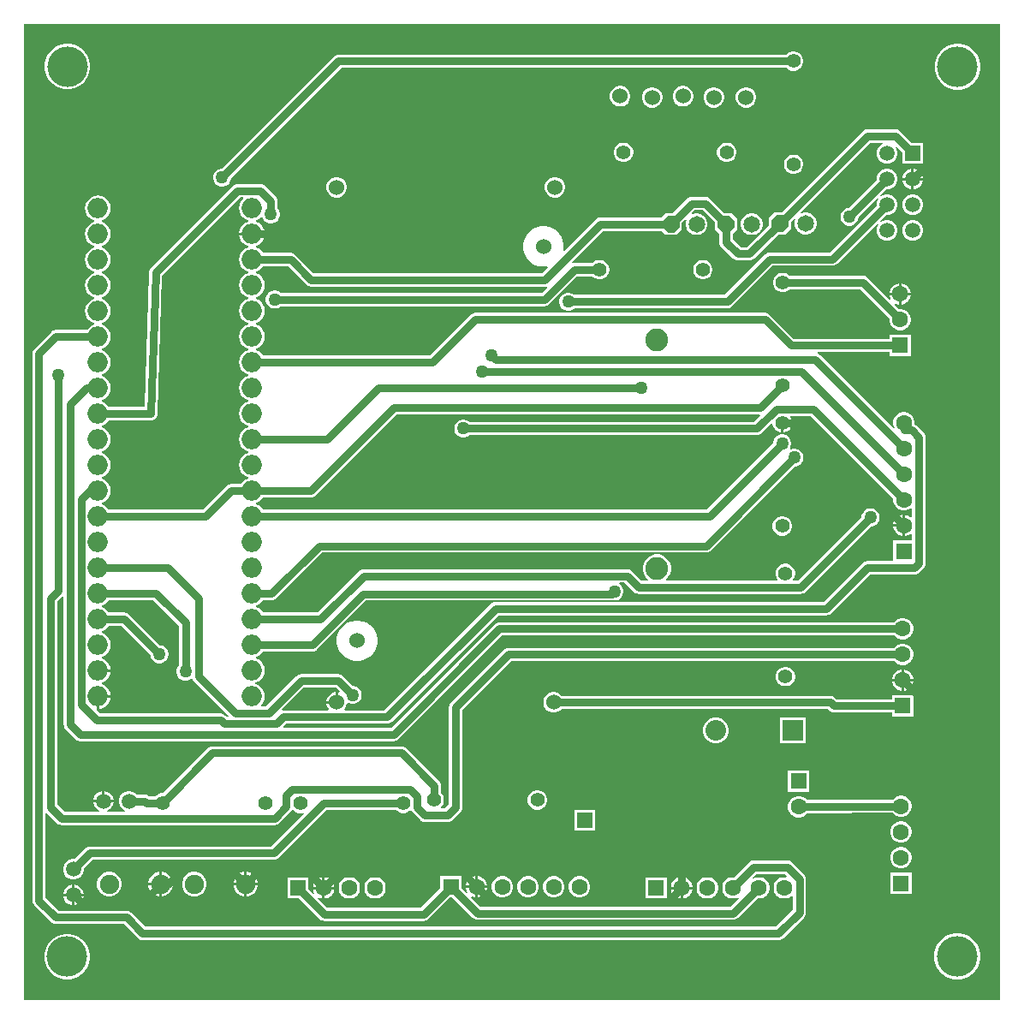
<source format=gbl>
G04*
G04 #@! TF.GenerationSoftware,Altium Limited,Altium Designer,21.9.2 (33)*
G04*
G04 Layer_Physical_Order=2*
G04 Layer_Color=16711680*
%FSTAX24Y24*%
%MOIN*%
G70*
G04*
G04 #@! TF.SameCoordinates,BECF87E7-01DC-432B-977C-EE80B0DAAE55*
G04*
G04*
G04 #@! TF.FilePolarity,Positive*
G04*
G01*
G75*
%ADD42C,0.0315*%
%ADD43C,0.0591*%
%ADD44C,0.0800*%
%ADD45R,0.0800X0.0800*%
%ADD46C,0.0551*%
%ADD47R,0.0630X0.0630*%
%ADD48P,0.0704X8X22.5*%
%ADD49C,0.0650*%
%ADD50C,0.0886*%
%ADD51R,0.0630X0.0630*%
%ADD52C,0.0630*%
%ADD53C,0.0600*%
%ADD54C,0.1575*%
%ADD55O,0.0787X0.0787*%
%ADD56C,0.0598*%
%ADD57R,0.0598X0.0598*%
%ADD58C,0.0750*%
%ADD59C,0.0500*%
G36*
X047957Y010906D02*
X009973D01*
Y04889D01*
X047957D01*
Y010906D01*
D02*
G37*
%LPC*%
G36*
X039967Y04782D02*
X039868D01*
X039772Y047795D01*
X039687Y047745D01*
X039646Y047705D01*
X022205D01*
X022138Y047696D01*
X022075Y04767D01*
X022021Y047629D01*
X017653Y04326D01*
X017624D01*
X017535Y043236D01*
X017455Y04319D01*
X01739Y043125D01*
X017344Y043045D01*
X01732Y042956D01*
Y042864D01*
X017344Y042775D01*
X01739Y042695D01*
X017455Y04263D01*
X017535Y042584D01*
X017624Y04256D01*
X017716D01*
X017805Y042584D01*
X017885Y04263D01*
X01795Y042695D01*
X017996Y042775D01*
X01802Y042864D01*
Y042893D01*
X022312Y047185D01*
X039646D01*
X039687Y047144D01*
X039772Y047095D01*
X039868Y047069D01*
X039967D01*
X040062Y047095D01*
X040148Y047144D01*
X040218Y047214D01*
X040267Y0473D01*
X040293Y047395D01*
Y047494D01*
X040267Y04759D01*
X040218Y047675D01*
X040148Y047745D01*
X040062Y047795D01*
X039967Y04782D01*
D02*
G37*
G36*
X011737Y04812D02*
X011562D01*
X011391Y048086D01*
X011229Y048019D01*
X011084Y047922D01*
X01096Y047798D01*
X010863Y047653D01*
X010796Y047491D01*
X010762Y04732D01*
Y047145D01*
X010796Y046973D01*
X010863Y046812D01*
X01096Y046667D01*
X011084Y046543D01*
X011229Y046446D01*
X011391Y046379D01*
X011562Y046345D01*
X011737D01*
X011908Y046379D01*
X01207Y046446D01*
X012215Y046543D01*
X012339Y046667D01*
X012436Y046812D01*
X012503Y046973D01*
X012537Y047145D01*
Y04732D01*
X012503Y047491D01*
X012436Y047653D01*
X012339Y047798D01*
X012215Y047922D01*
X01207Y048019D01*
X011908Y048086D01*
X011737Y04812D01*
D02*
G37*
G36*
X046391Y048108D02*
X046216D01*
X046044Y048074D01*
X045883Y048007D01*
X045737Y04791D01*
X045614Y047786D01*
X045517Y047641D01*
X04545Y047479D01*
X045416Y047308D01*
Y047133D01*
X04545Y046962D01*
X045517Y0468D01*
X045614Y046655D01*
X045737Y046531D01*
X045883Y046434D01*
X046044Y046367D01*
X046216Y046333D01*
X046391D01*
X046562Y046367D01*
X046723Y046434D01*
X046869Y046531D01*
X046992Y046655D01*
X04709Y0468D01*
X047156Y046962D01*
X047191Y047133D01*
Y047308D01*
X047156Y047479D01*
X04709Y047641D01*
X046992Y047786D01*
X046869Y04791D01*
X046723Y048007D01*
X046562Y048074D01*
X046391Y048108D01*
D02*
G37*
G36*
X035666Y046478D02*
X03556D01*
X035459Y04645D01*
X035367Y046398D01*
X035293Y046323D01*
X03524Y046232D01*
X035213Y04613D01*
Y046025D01*
X03524Y045923D01*
X035293Y045832D01*
X035367Y045757D01*
X035459Y045705D01*
X03556Y045678D01*
X035666D01*
X035767Y045705D01*
X035859Y045757D01*
X035933Y045832D01*
X035986Y045923D01*
X036013Y046025D01*
Y04613D01*
X035986Y046232D01*
X035933Y046323D01*
X035859Y046398D01*
X035767Y04645D01*
X035666Y046478D01*
D02*
G37*
G36*
X033216D02*
X03311D01*
X033009Y04645D01*
X032917Y046398D01*
X032843Y046323D01*
X03279Y046232D01*
X032763Y04613D01*
Y046025D01*
X03279Y045923D01*
X032843Y045832D01*
X032917Y045757D01*
X033009Y045705D01*
X03311Y045678D01*
X033216D01*
X033317Y045705D01*
X033409Y045757D01*
X033483Y045832D01*
X033536Y045923D01*
X033563Y046025D01*
Y04613D01*
X033536Y046232D01*
X033483Y046323D01*
X033409Y046398D01*
X033317Y04645D01*
X033216Y046478D01*
D02*
G37*
G36*
X038116Y046428D02*
X03801D01*
X037909Y0464D01*
X037817Y046348D01*
X037743Y046273D01*
X03769Y046182D01*
X037663Y04608D01*
Y045975D01*
X03769Y045873D01*
X037743Y045782D01*
X037817Y045707D01*
X037909Y045655D01*
X03801Y045628D01*
X038116D01*
X038217Y045655D01*
X038309Y045707D01*
X038383Y045782D01*
X038436Y045873D01*
X038463Y045975D01*
Y04608D01*
X038436Y046182D01*
X038383Y046273D01*
X038309Y046348D01*
X038217Y0464D01*
X038116Y046428D01*
D02*
G37*
G36*
X036866D02*
X03676D01*
X036659Y0464D01*
X036567Y046348D01*
X036493Y046273D01*
X03644Y046182D01*
X036413Y04608D01*
Y045975D01*
X03644Y045873D01*
X036493Y045782D01*
X036567Y045707D01*
X036659Y045655D01*
X03676Y045628D01*
X036866D01*
X036967Y045655D01*
X037059Y045707D01*
X037133Y045782D01*
X037186Y045873D01*
X037213Y045975D01*
Y04608D01*
X037186Y046182D01*
X037133Y046273D01*
X037059Y046348D01*
X036967Y0464D01*
X036866Y046428D01*
D02*
G37*
G36*
X034466D02*
X03436D01*
X034259Y0464D01*
X034167Y046348D01*
X034093Y046273D01*
X03404Y046182D01*
X034013Y04608D01*
Y045975D01*
X03404Y045873D01*
X034093Y045782D01*
X034167Y045707D01*
X034259Y045655D01*
X03436Y045628D01*
X034466D01*
X034567Y045655D01*
X034659Y045707D01*
X034733Y045782D01*
X034786Y045873D01*
X034813Y045975D01*
Y04608D01*
X034786Y046182D01*
X034733Y046273D01*
X034659Y046348D01*
X034567Y0464D01*
X034466Y046428D01*
D02*
G37*
G36*
X037364Y044269D02*
X037266D01*
X03717Y044244D01*
X037084Y044194D01*
X037014Y044124D01*
X036965Y044039D01*
X036939Y043943D01*
Y043844D01*
X036965Y043749D01*
X037014Y043663D01*
X037084Y043593D01*
X03717Y043544D01*
X037266Y043518D01*
X037364D01*
X03746Y043544D01*
X037546Y043593D01*
X037616Y043663D01*
X037665Y043749D01*
X037691Y043844D01*
Y043943D01*
X037665Y044039D01*
X037616Y044124D01*
X037546Y044194D01*
X03746Y044244D01*
X037364Y044269D01*
D02*
G37*
G36*
X033349D02*
X03325D01*
X033154Y044244D01*
X033069Y044194D01*
X032999Y044124D01*
X032949Y044039D01*
X032924Y043943D01*
Y043844D01*
X032949Y043749D01*
X032999Y043663D01*
X033069Y043593D01*
X033154Y043544D01*
X03325Y043518D01*
X033349D01*
X033444Y043544D01*
X03353Y043593D01*
X0336Y043663D01*
X033649Y043749D01*
X033675Y043844D01*
Y043943D01*
X033649Y044039D01*
X0336Y044124D01*
X03353Y044194D01*
X033444Y044244D01*
X033349Y044269D01*
D02*
G37*
G36*
X043879Y04479D02*
X042795D01*
X042728Y044781D01*
X042665Y044755D01*
X042611Y044714D01*
X039441Y041543D01*
X039171D01*
X038958Y041331D01*
Y04106D01*
X038097Y0402D01*
X037855D01*
X037547Y040508D01*
Y040721D01*
X037712Y040886D01*
Y041311D01*
X0375Y041523D01*
X03723D01*
X036666Y042087D01*
X036612Y042128D01*
X03655Y042154D01*
X036482Y042163D01*
X035947D01*
X03588Y042154D01*
X035817Y042128D01*
X035763Y042087D01*
X035199Y041523D01*
X034929D01*
X034764Y041358D01*
X032399D01*
X032331Y041349D01*
X032269Y041323D01*
X032215Y041282D01*
X030997Y040064D01*
X030953Y040088D01*
X030966Y040152D01*
Y040307D01*
X030935Y04046D01*
X030876Y040603D01*
X03079Y040732D01*
X03068Y040842D01*
X03055Y040929D01*
X030407Y040988D01*
X030254Y041019D01*
X030099D01*
X029947Y040988D01*
X029803Y040929D01*
X029674Y040842D01*
X029564Y040732D01*
X029478Y040603D01*
X029418Y04046D01*
X029388Y040307D01*
Y040152D01*
X029418Y039999D01*
X029478Y039856D01*
X029564Y039727D01*
X029674Y039617D01*
X029803Y03953D01*
X029947Y039471D01*
X030099Y039441D01*
X030254D01*
X030318Y039453D01*
X030342Y039409D01*
X030123Y03919D01*
X021238D01*
X020523Y039904D01*
X020469Y039945D01*
X020407Y039971D01*
X02034Y03998D01*
X01925D01*
X019179Y040073D01*
X019076Y040152D01*
X018975Y040193D01*
Y040248D01*
X019076Y040289D01*
X019179Y040368D01*
X019258Y040472D01*
X019308Y040592D01*
X019318Y04067D01*
X018827D01*
X018335D01*
X018346Y040592D01*
X018396Y040472D01*
X018475Y040368D01*
X018578Y040289D01*
X018678Y040248D01*
Y040193D01*
X018578Y040152D01*
X018475Y040073D01*
X018396Y039969D01*
X018346Y039849D01*
X018329Y03972D01*
X018346Y039592D01*
X018396Y039471D01*
X018475Y039368D01*
X018578Y039289D01*
X018678Y039248D01*
Y039193D01*
X018578Y039152D01*
X018475Y039073D01*
X018396Y038969D01*
X018346Y038849D01*
X018329Y03872D01*
X018346Y038592D01*
X018396Y038472D01*
X018475Y038368D01*
X018578Y038289D01*
X018678Y038248D01*
Y038193D01*
X018578Y038152D01*
X018475Y038073D01*
X018396Y037969D01*
X018346Y037849D01*
X018329Y03772D01*
X018346Y037592D01*
X018396Y037471D01*
X018475Y037368D01*
X018578Y037289D01*
X018678Y037248D01*
Y037193D01*
X018578Y037152D01*
X018475Y037073D01*
X018396Y036969D01*
X018346Y036849D01*
X018329Y03672D01*
X018346Y036592D01*
X018396Y036472D01*
X018475Y036368D01*
X018578Y036289D01*
X018678Y036248D01*
Y036193D01*
X018578Y036152D01*
X018475Y036073D01*
X018396Y035969D01*
X018346Y035849D01*
X018329Y03572D01*
X018346Y035592D01*
X018396Y035471D01*
X018475Y035368D01*
X018578Y035289D01*
X018678Y035248D01*
Y035193D01*
X018578Y035152D01*
X018475Y035073D01*
X018396Y034969D01*
X018346Y034849D01*
X018329Y03472D01*
X018346Y034592D01*
X018396Y034471D01*
X018475Y034368D01*
X018578Y034289D01*
X018678Y034248D01*
Y034193D01*
X018578Y034152D01*
X018475Y034073D01*
X018396Y033969D01*
X018346Y033849D01*
X018329Y03372D01*
X018346Y033592D01*
X018396Y033472D01*
X018475Y033368D01*
X018578Y033289D01*
X018678Y033248D01*
Y033193D01*
X018578Y033152D01*
X018475Y033073D01*
X018396Y032969D01*
X018346Y032849D01*
X018329Y03272D01*
X018346Y032592D01*
X018396Y032471D01*
X018475Y032368D01*
X018578Y032289D01*
X018678Y032248D01*
Y032193D01*
X018578Y032152D01*
X018475Y032073D01*
X018396Y031969D01*
X018346Y031849D01*
X018329Y03172D01*
X018346Y031592D01*
X018396Y031472D01*
X018475Y031368D01*
X018578Y031289D01*
X018678Y031248D01*
Y031193D01*
X018578Y031152D01*
X018475Y031073D01*
X018404Y03098D01*
X01802D01*
X017953Y030971D01*
X01789Y030945D01*
X017836Y030904D01*
X016908Y029976D01*
X01326D01*
X013189Y030068D01*
X013086Y030147D01*
X012985Y030189D01*
Y030243D01*
X013086Y030285D01*
X013189Y030364D01*
X013268Y030467D01*
X013318Y030587D01*
X013335Y030716D01*
X013318Y030845D01*
X013268Y030965D01*
X013189Y031068D01*
X013086Y031147D01*
X012985Y031189D01*
Y031243D01*
X013086Y031285D01*
X013189Y031364D01*
X013268Y031467D01*
X013318Y031587D01*
X013335Y031716D01*
X013318Y031845D01*
X013268Y031965D01*
X013189Y032068D01*
X013086Y032147D01*
X012985Y032189D01*
Y032243D01*
X013086Y032285D01*
X013189Y032364D01*
X013268Y032467D01*
X013318Y032587D01*
X013335Y032716D01*
X013318Y032845D01*
X013268Y032965D01*
X013189Y033068D01*
X013086Y033147D01*
X012985Y033189D01*
Y033243D01*
X013086Y033285D01*
X013189Y033364D01*
X01326Y033456D01*
X0149D01*
X014929Y03346D01*
X014959Y033463D01*
X014963Y033465D01*
X014967Y033465D01*
X014995Y033477D01*
X015022Y033487D01*
X015026Y03349D01*
X01503Y033491D01*
X015053Y033509D01*
X015078Y033527D01*
X01508Y03353D01*
X015084Y033533D01*
X015102Y033556D01*
X015121Y033579D01*
X015122Y033583D01*
X015125Y033586D01*
X015136Y033614D01*
X015149Y033641D01*
X015149Y033645D01*
X015151Y033649D01*
X015155Y033678D01*
X01516Y033708D01*
X015336Y039099D01*
X018378Y04214D01*
X018485D01*
X018501Y042093D01*
X018475Y042073D01*
X018396Y041969D01*
X018346Y041849D01*
X018329Y04172D01*
X018346Y041592D01*
X018396Y041472D01*
X018475Y041368D01*
X018578Y041289D01*
X018678Y041248D01*
Y041193D01*
X018578Y041152D01*
X018475Y041073D01*
X018396Y040969D01*
X018346Y040849D01*
X018335Y04077D01*
X018827D01*
X019318D01*
X019308Y040849D01*
X019258Y040969D01*
X019179Y041073D01*
X019076Y041152D01*
X018975Y041193D01*
Y041248D01*
X019076Y041289D01*
X019179Y041368D01*
X019188Y04138D01*
X019237Y04137D01*
X019244Y041345D01*
X01929Y041265D01*
X019355Y0412D01*
X019435Y041154D01*
X019524Y04113D01*
X019616D01*
X019705Y041154D01*
X019785Y0412D01*
X01985Y041265D01*
X019896Y041345D01*
X01992Y041434D01*
Y041526D01*
X019896Y041615D01*
X01985Y041695D01*
X01983Y041715D01*
Y042D01*
X019821Y042067D01*
X019795Y04213D01*
X019754Y042184D01*
X019354Y042584D01*
X0193Y042625D01*
X019237Y042651D01*
X01917Y04266D01*
X01827D01*
X018203Y042651D01*
X01814Y042625D01*
X018086Y042584D01*
X014896Y039394D01*
X014878Y03937D01*
X014859Y039347D01*
X014858Y039343D01*
X014855Y03934D01*
X014844Y039312D01*
X014831Y039285D01*
X014831Y039281D01*
X014829Y039277D01*
X014825Y039248D01*
X01482Y039218D01*
X014649Y033976D01*
X01326D01*
X013189Y034068D01*
X013086Y034147D01*
X012985Y034189D01*
Y034243D01*
X013086Y034285D01*
X013189Y034364D01*
X013268Y034467D01*
X013318Y034587D01*
X013335Y034716D01*
X013318Y034845D01*
X013268Y034965D01*
X013189Y035068D01*
X013086Y035147D01*
X012985Y035189D01*
Y035243D01*
X013086Y035285D01*
X013189Y035364D01*
X013268Y035467D01*
X013318Y035587D01*
X013335Y035716D01*
X013318Y035845D01*
X013268Y035965D01*
X013189Y036068D01*
X013086Y036147D01*
X012985Y036189D01*
Y036243D01*
X013086Y036285D01*
X013189Y036364D01*
X013268Y036467D01*
X013318Y036587D01*
X013335Y036716D01*
X013318Y036845D01*
X013268Y036965D01*
X013189Y037068D01*
X013086Y037147D01*
X012985Y037189D01*
Y037243D01*
X013086Y037285D01*
X013189Y037364D01*
X013268Y037467D01*
X013318Y037587D01*
X013335Y037716D01*
X013318Y037845D01*
X013268Y037965D01*
X013189Y038068D01*
X013086Y038147D01*
X012985Y038189D01*
Y038243D01*
X013086Y038285D01*
X013189Y038364D01*
X013268Y038467D01*
X013318Y038587D01*
X013335Y038716D01*
X013318Y038845D01*
X013268Y038965D01*
X013189Y039068D01*
X013086Y039147D01*
X012985Y039189D01*
Y039243D01*
X013086Y039285D01*
X013189Y039364D01*
X013268Y039467D01*
X013318Y039587D01*
X013335Y039716D01*
X013318Y039845D01*
X013268Y039965D01*
X013189Y040068D01*
X013086Y040147D01*
X012985Y040189D01*
Y040243D01*
X013086Y040285D01*
X013189Y040364D01*
X013268Y040467D01*
X013318Y040587D01*
X013335Y040716D01*
X013318Y040845D01*
X013268Y040965D01*
X013189Y041068D01*
X013086Y041147D01*
X012985Y041189D01*
Y041243D01*
X013086Y041285D01*
X013189Y041364D01*
X013268Y041467D01*
X013318Y041587D01*
X013335Y041716D01*
X013318Y041845D01*
X013268Y041965D01*
X013189Y042068D01*
X013086Y042147D01*
X012966Y042197D01*
X012837Y042214D01*
X012708Y042197D01*
X012588Y042147D01*
X012485Y042068D01*
X012406Y041965D01*
X012356Y041845D01*
X012339Y041716D01*
X012356Y041587D01*
X012406Y041467D01*
X012485Y041364D01*
X012588Y041285D01*
X012688Y041243D01*
Y041189D01*
X012588Y041147D01*
X012485Y041068D01*
X012406Y040965D01*
X012356Y040845D01*
X012339Y040716D01*
X012356Y040587D01*
X012406Y040467D01*
X012485Y040364D01*
X012588Y040285D01*
X012688Y040243D01*
Y040189D01*
X012588Y040147D01*
X012485Y040068D01*
X012406Y039965D01*
X012356Y039845D01*
X012339Y039716D01*
X012356Y039587D01*
X012406Y039467D01*
X012485Y039364D01*
X012588Y039285D01*
X012688Y039243D01*
Y039189D01*
X012588Y039147D01*
X012485Y039068D01*
X012406Y038965D01*
X012356Y038845D01*
X012339Y038716D01*
X012356Y038587D01*
X012406Y038467D01*
X012485Y038364D01*
X012588Y038285D01*
X012688Y038243D01*
Y038189D01*
X012588Y038147D01*
X012485Y038068D01*
X012406Y037965D01*
X012356Y037845D01*
X012339Y037716D01*
X012356Y037587D01*
X012406Y037467D01*
X012485Y037364D01*
X012588Y037285D01*
X012688Y037243D01*
Y037189D01*
X012588Y037147D01*
X012485Y037068D01*
X012414Y036976D01*
X0112D01*
X011133Y036967D01*
X01107Y036941D01*
X011016Y0369D01*
X010356Y036239D01*
X010314Y036185D01*
X010289Y036123D01*
X01028Y036056D01*
Y014771D01*
X010289Y014703D01*
X010314Y014641D01*
X010356Y014587D01*
X011016Y013926D01*
X01107Y013885D01*
X011133Y013859D01*
X0112Y01385D01*
X013842D01*
X014388Y013305D01*
X014442Y013263D01*
X014505Y013237D01*
X014572Y013228D01*
X039338D01*
X039405Y013237D01*
X039468Y013263D01*
X039522Y013305D01*
X040324Y014106D01*
X040365Y01416D01*
X040391Y014223D01*
X0404Y01429D01*
Y0156D01*
X040391Y015667D01*
X040365Y01573D01*
X040324Y015784D01*
X039864Y016244D01*
X03981Y016285D01*
X039747Y016311D01*
X03968Y01632D01*
X038363D01*
X038296Y016311D01*
X038233Y016285D01*
X03818Y016244D01*
X037607Y015671D01*
X037504D01*
X037399Y015643D01*
X037304Y015588D01*
X037227Y015511D01*
X037172Y015416D01*
X037144Y015311D01*
Y015201D01*
X037172Y015096D01*
X037227Y015001D01*
X037304Y014924D01*
X037399Y014869D01*
X037504Y014841D01*
X037614D01*
X037719Y014869D01*
X037755Y01489D01*
X037786Y01485D01*
X037464Y014528D01*
X027721D01*
X027356Y014893D01*
X027387Y014933D01*
X027423Y014913D01*
X027528Y014884D01*
X027533D01*
Y015249D01*
X027168D01*
Y015245D01*
X027196Y015139D01*
X027217Y015103D01*
X027177Y015072D01*
X026998Y015252D01*
Y015714D01*
X026168D01*
Y015252D01*
X025406Y01449D01*
X021756D01*
X021395Y01485D01*
X021426Y01489D01*
X021462Y014869D01*
X021567Y014841D01*
X021572D01*
Y015206D01*
X021207D01*
Y015201D01*
X021235Y015096D01*
X021256Y01506D01*
X021216Y015029D01*
X021037Y015208D01*
Y015671D01*
X020207D01*
Y014841D01*
X02067D01*
X021464Y014046D01*
X021518Y014005D01*
X021581Y013979D01*
X021648Y01397D01*
X025513D01*
X025581Y013979D01*
X025643Y014005D01*
X025697Y014046D01*
X026535Y014884D01*
X02663D01*
X02743Y014085D01*
X027484Y014044D01*
X027546Y014018D01*
X027613Y014009D01*
X037572D01*
X037639Y014018D01*
X037702Y014044D01*
X037755Y014085D01*
X038511Y014841D01*
X038614D01*
X038719Y014869D01*
X038814Y014924D01*
X038891Y015001D01*
X038946Y015096D01*
X038974Y015201D01*
Y015311D01*
X038946Y015416D01*
X038891Y015511D01*
X038814Y015588D01*
X038719Y015643D01*
X038614Y015671D01*
X038504D01*
X038399Y015643D01*
X038363Y015622D01*
X038332Y015662D01*
X038471Y0158D01*
X039572D01*
X039663Y015709D01*
X039638Y015664D01*
X039614Y015671D01*
X039504D01*
X039399Y015643D01*
X039304Y015588D01*
X039227Y015511D01*
X039172Y015416D01*
X039144Y015311D01*
Y015201D01*
X039172Y015096D01*
X039227Y015001D01*
X039304Y014924D01*
X039399Y014869D01*
X039504Y014841D01*
X039614D01*
X039719Y014869D01*
X039814Y014924D01*
X039834Y014944D01*
X03988Y014925D01*
Y014398D01*
X039231Y013748D01*
X014679D01*
X014134Y014294D01*
X01408Y014335D01*
X014017Y014361D01*
X01395Y01437D01*
X011308D01*
X010799Y014878D01*
Y018148D01*
X010845Y018167D01*
X011236Y017776D01*
X01129Y017735D01*
X011353Y017709D01*
X01142Y0177D01*
X01971D01*
X019777Y017709D01*
X01984Y017735D01*
X019894Y017776D01*
X020354Y018236D01*
X020381Y018273D01*
X020433Y018282D01*
X020445Y01828D01*
X020478Y018247D01*
X020564Y018197D01*
X020659Y018172D01*
X020758D01*
X02082Y018188D01*
X020846Y018144D01*
X019572Y01687D01*
X012512D01*
X012444Y016861D01*
X012382Y016835D01*
X012328Y016794D01*
X01191Y016376D01*
X01183D01*
X011729Y016349D01*
X011639Y016297D01*
X011566Y016223D01*
X011514Y016133D01*
X011487Y016032D01*
Y015928D01*
X011514Y015828D01*
X011566Y015738D01*
X011639Y015664D01*
X011729Y015612D01*
X01183Y015585D01*
X011934D01*
X012034Y015612D01*
X012125Y015664D01*
X012198Y015738D01*
X01225Y015828D01*
X012277Y015928D01*
Y016008D01*
X012619Y01635D01*
X01968D01*
X019747Y016359D01*
X01981Y016385D01*
X019864Y016426D01*
X021725Y018288D01*
X024453D01*
X024494Y018247D01*
X024579Y018197D01*
X024675Y018172D01*
X024774D01*
X024869Y018197D01*
X024955Y018247D01*
X024983Y018275D01*
X02504Y018261D01*
X025074Y018216D01*
X025384Y017906D01*
X025438Y017865D01*
X0255Y017839D01*
X025567Y01783D01*
X02645D01*
X026517Y017839D01*
X02658Y017865D01*
X026634Y017906D01*
X026944Y018216D01*
X026985Y01827D01*
X027011Y018333D01*
X02702Y0184D01*
Y022181D01*
X028926Y024087D01*
X043834D01*
X043907Y024014D01*
X044001Y02396D01*
X044107Y023932D01*
X044216D01*
X044322Y02396D01*
X044416Y024014D01*
X044493Y024092D01*
X044548Y024186D01*
X044576Y024292D01*
Y024401D01*
X044548Y024507D01*
X044493Y024601D01*
X044416Y024679D01*
X044322Y024733D01*
X044216Y024761D01*
X044107D01*
X044001Y024733D01*
X043907Y024679D01*
X043834Y024606D01*
X028818D01*
X028751Y024597D01*
X028688Y024571D01*
X028634Y02453D01*
X026576Y022472D01*
X026535Y022418D01*
X026509Y022356D01*
X0265Y022288D01*
Y018508D01*
X026342Y01835D01*
X026204D01*
X026183Y0184D01*
X02623Y018447D01*
X026279Y018532D01*
X026305Y018628D01*
Y018727D01*
X026279Y018822D01*
X02623Y018908D01*
X026189Y018949D01*
Y019239D01*
X02618Y019306D01*
X026154Y019368D01*
X026113Y019422D01*
X024841Y020694D01*
X024788Y020735D01*
X024725Y020761D01*
X024658Y02077D01*
X017286D01*
X017218Y020761D01*
X017156Y020735D01*
X017102Y020694D01*
X015351Y018943D01*
X015293D01*
X015198Y018917D01*
X015112Y018867D01*
X015071Y018827D01*
X014837D01*
X01479Y018863D01*
X014727Y018889D01*
X01466Y018898D01*
X01435D01*
X014294Y018954D01*
X014204Y019006D01*
X014103Y019033D01*
X013999D01*
X013899Y019006D01*
X013808Y018954D01*
X013735Y018881D01*
X013683Y01879D01*
X013656Y01869D01*
Y018586D01*
X013683Y018485D01*
X013735Y018395D01*
X013808Y018321D01*
X013899Y018269D01*
X013891Y01822D01*
X013211D01*
X013204Y018269D01*
X013294Y018321D01*
X013367Y018395D01*
X01342Y018485D01*
X013446Y018586D01*
Y018588D01*
X013051D01*
X012656D01*
Y018586D01*
X012683Y018485D01*
X012735Y018395D01*
X012808Y018321D01*
X012899Y018269D01*
X012891Y01822D01*
X011528D01*
X01124Y018508D01*
Y026412D01*
X01145Y026623D01*
X0115Y026602D01*
Y02161D01*
X011509Y021543D01*
X011535Y02148D01*
X011576Y021426D01*
X011957Y021046D01*
X012011Y021004D01*
X012073Y020979D01*
X012141Y02097D01*
X024354D01*
X024421Y020979D01*
X024484Y021004D01*
X024537Y021046D01*
X028578Y025087D01*
X043834D01*
X043907Y025014D01*
X044001Y02496D01*
X044107Y024931D01*
X044216D01*
X044322Y02496D01*
X044416Y025014D01*
X044493Y025092D01*
X044548Y025186D01*
X044576Y025292D01*
Y025401D01*
X044548Y025507D01*
X044493Y025601D01*
X044416Y025679D01*
X044322Y025733D01*
X044216Y025761D01*
X044107D01*
X044001Y025733D01*
X043907Y025679D01*
X043834Y025606D01*
X028471D01*
X028404Y025597D01*
X028341Y025571D01*
X028287Y02553D01*
X024246Y021489D01*
X020067D01*
X020048Y021535D01*
X020163Y02165D01*
X02409D01*
X024157Y021659D01*
X02422Y021685D01*
X024274Y021726D01*
X028418Y02587D01*
X04119D01*
X041257Y025879D01*
X04132Y025905D01*
X041374Y025946D01*
X042888Y02746D01*
X04461D01*
X044677Y027469D01*
X04474Y027495D01*
X044794Y027536D01*
X044974Y027716D01*
X045015Y02777D01*
X045041Y027833D01*
X04505Y0279D01*
Y0328D01*
X045041Y032867D01*
X045015Y03293D01*
X044974Y032984D01*
X044694Y033264D01*
X04464Y033305D01*
X044626Y033311D01*
X044628Y033315D01*
Y033425D01*
X044599Y03353D01*
X044545Y033625D01*
X044467Y033702D01*
X044373Y033757D01*
X044267Y033785D01*
X044158D01*
X044052Y033757D01*
X043958Y033702D01*
X043881Y033625D01*
X043826Y03353D01*
X043798Y033425D01*
Y033315D01*
X043826Y03321D01*
X043847Y033174D01*
X043807Y033143D01*
X040936Y036014D01*
X040883Y036055D01*
X04085Y036068D01*
X04086Y036118D01*
X043656D01*
Y035963D01*
X044486D01*
Y036793D01*
X043656D01*
Y036638D01*
X03992D01*
X038994Y037564D01*
X03894Y037605D01*
X038877Y037631D01*
X03881Y03764D01*
X02752D01*
X027452Y037631D01*
X02739Y037605D01*
X027336Y037564D01*
X025752Y03598D01*
X01925D01*
X019179Y036073D01*
X019076Y036152D01*
X018975Y036193D01*
Y036248D01*
X019076Y036289D01*
X019179Y036368D01*
X019258Y036472D01*
X019308Y036592D01*
X019325Y03672D01*
X019308Y036849D01*
X019258Y036969D01*
X019179Y037073D01*
X019076Y037152D01*
X018975Y037193D01*
Y037248D01*
X019076Y037289D01*
X019179Y037368D01*
X019258Y037471D01*
X019308Y037592D01*
X019325Y03772D01*
X019308Y037849D01*
X019258Y037969D01*
X019179Y038073D01*
X019076Y038152D01*
X018975Y038193D01*
Y038248D01*
X019076Y038289D01*
X019179Y038368D01*
X019258Y038472D01*
X019308Y038592D01*
X019325Y03872D01*
X019308Y038849D01*
X019258Y038969D01*
X019179Y039073D01*
X019076Y039152D01*
X018975Y039193D01*
Y039248D01*
X019076Y039289D01*
X019179Y039368D01*
X01925Y039461D01*
X020232D01*
X020946Y038746D01*
X021Y038705D01*
X021063Y038679D01*
X02113Y03867D01*
X03023D01*
X030297Y038679D01*
X030298Y03868D01*
X030327Y038637D01*
X030109Y03842D01*
X019955D01*
X019935Y03844D01*
X019855Y038486D01*
X019766Y03851D01*
X019674D01*
X019585Y038486D01*
X019505Y03844D01*
X01944Y038375D01*
X019394Y038295D01*
X01937Y038206D01*
Y038114D01*
X019394Y038025D01*
X01944Y037945D01*
X019505Y03788D01*
X019585Y037834D01*
X019674Y03781D01*
X019766D01*
X019855Y037834D01*
X019935Y03788D01*
X019955Y0379D01*
X030217D01*
X030284Y037909D01*
X030347Y037935D01*
X0304Y037976D01*
X031487Y039063D01*
X032099D01*
X032139Y039022D01*
X032225Y038973D01*
X032321Y038947D01*
X03242D01*
X032515Y038973D01*
X032601Y039022D01*
X032671Y039092D01*
X03272Y039178D01*
X032746Y039273D01*
Y039372D01*
X03272Y039468D01*
X032671Y039553D01*
X032601Y039623D01*
X032515Y039673D01*
X03242Y039698D01*
X032321D01*
X032225Y039673D01*
X032139Y039623D01*
X032099Y039583D01*
X03138D01*
X031312Y039574D01*
X031311Y039573D01*
X031283Y039616D01*
X032506Y040839D01*
X034764D01*
X034929Y040673D01*
X035354D01*
X035567Y040886D01*
Y041156D01*
X035708Y041298D01*
X035748Y041267D01*
X035746Y041262D01*
X035717Y041154D01*
Y041042D01*
X035746Y040934D01*
X035802Y040837D01*
X035881Y040758D01*
X035978Y040702D01*
X036086Y040673D01*
X036198D01*
X036306Y040702D01*
X036403Y040758D01*
X036482Y040837D01*
X036538Y040934D01*
X036567Y041042D01*
Y041154D01*
X036538Y041262D01*
X036482Y041359D01*
X036403Y041438D01*
X036306Y041494D01*
X036198Y041523D01*
X036086D01*
X035978Y041494D01*
X035973Y041492D01*
X035942Y041532D01*
X036054Y041644D01*
X036375D01*
X036862Y041156D01*
Y040886D01*
X037028Y040721D01*
Y0404D01*
X037037Y040333D01*
X037062Y04027D01*
X037104Y040216D01*
X037564Y039756D01*
X037618Y039715D01*
X03768Y039689D01*
X037747Y03968D01*
X038205D01*
X038272Y039689D01*
X038335Y039715D01*
X038389Y039756D01*
X039325Y040693D01*
X039596D01*
X039808Y040906D01*
Y041176D01*
X03995Y041317D01*
X03999Y041287D01*
X039987Y041282D01*
X039958Y041174D01*
Y041062D01*
X039987Y040954D01*
X040043Y040857D01*
X040122Y040778D01*
X040219Y040722D01*
X040327Y040693D01*
X040439D01*
X040547Y040722D01*
X040644Y040778D01*
X040723Y040857D01*
X040779Y040954D01*
X040808Y041062D01*
Y041174D01*
X040779Y041282D01*
X040723Y041379D01*
X040644Y041458D01*
X040547Y041514D01*
X040439Y041543D01*
X040327D01*
X040219Y041514D01*
X040214Y041512D01*
X040184Y041552D01*
X042903Y04427D01*
X043381D01*
X043391Y04422D01*
X04331Y044174D01*
X043236Y044099D01*
X043183Y044008D01*
X043156Y043907D01*
Y043802D01*
X043183Y0437D01*
X043236Y043609D01*
X04331Y043535D01*
X043401Y043482D01*
X043503Y043455D01*
X043608D01*
X043709Y043482D01*
X0438Y043535D01*
X043875Y043609D01*
X043927Y0437D01*
X043954Y043802D01*
Y043907D01*
X043927Y044008D01*
X043878Y044093D01*
X043918Y044124D01*
X044156Y043886D01*
Y043455D01*
X044954D01*
Y044254D01*
X044523D01*
X044063Y044714D01*
X044009Y044755D01*
X043947Y044781D01*
X043879Y04479D01*
D02*
G37*
G36*
X039967Y043805D02*
X039868D01*
X039772Y043779D01*
X039687Y04373D01*
X039617Y04366D01*
X039567Y043574D01*
X039542Y043479D01*
Y04338D01*
X039567Y043284D01*
X039617Y043199D01*
X039687Y043129D01*
X039772Y043079D01*
X039868Y043054D01*
X039967D01*
X040062Y043079D01*
X040148Y043129D01*
X040218Y043199D01*
X040267Y043284D01*
X040293Y04338D01*
Y043479D01*
X040267Y043574D01*
X040218Y04366D01*
X040148Y04373D01*
X040062Y043779D01*
X039967Y043805D01*
D02*
G37*
G36*
X044608Y043254D02*
X044605D01*
Y042904D01*
X044954D01*
Y042907D01*
X044927Y043008D01*
X044875Y043099D01*
X0448Y043174D01*
X044709Y043226D01*
X044608Y043254D01*
D02*
G37*
G36*
X044505D02*
X044503D01*
X044401Y043226D01*
X04431Y043174D01*
X044236Y043099D01*
X044183Y043008D01*
X044156Y042907D01*
Y042904D01*
X044505D01*
Y043254D01*
D02*
G37*
G36*
X044954Y042804D02*
X044605D01*
Y042455D01*
X044608D01*
X044709Y042482D01*
X0448Y042535D01*
X044875Y042609D01*
X044927Y0427D01*
X044954Y042802D01*
Y042804D01*
D02*
G37*
G36*
X044505D02*
X044156D01*
Y042802D01*
X044183Y0427D01*
X044236Y042609D01*
X04431Y042535D01*
X044401Y042482D01*
X044503Y042455D01*
X044505D01*
Y042804D01*
D02*
G37*
G36*
X030679Y04293D02*
X030574D01*
X030472Y042902D01*
X030381Y04285D01*
X030307Y042775D01*
X030254Y042684D01*
X030227Y042582D01*
Y042477D01*
X030254Y042375D01*
X030307Y042284D01*
X030381Y042209D01*
X030472Y042157D01*
X030574Y04213D01*
X030679D01*
X030781Y042157D01*
X030872Y042209D01*
X030947Y042284D01*
X031Y042375D01*
X031027Y042477D01*
Y042582D01*
X031Y042684D01*
X030947Y042775D01*
X030872Y04285D01*
X030781Y042902D01*
X030679Y04293D01*
D02*
G37*
G36*
X022179D02*
X022074D01*
X021972Y042902D01*
X021881Y04285D01*
X021807Y042775D01*
X021754Y042684D01*
X021727Y042582D01*
Y042477D01*
X021754Y042375D01*
X021807Y042284D01*
X021881Y042209D01*
X021972Y042157D01*
X022074Y04213D01*
X022179D01*
X022281Y042157D01*
X022372Y042209D01*
X022447Y042284D01*
X0225Y042375D01*
X022527Y042477D01*
Y042582D01*
X0225Y042684D01*
X022447Y042775D01*
X022372Y04285D01*
X022281Y042902D01*
X022179Y04293D01*
D02*
G37*
G36*
X044608Y042254D02*
X044503D01*
X044401Y042226D01*
X04431Y042174D01*
X044236Y042099D01*
X044183Y042008D01*
X044156Y041907D01*
Y041802D01*
X044183Y0417D01*
X044236Y041609D01*
X04431Y041535D01*
X044401Y041482D01*
X044503Y041455D01*
X044608D01*
X044709Y041482D01*
X0448Y041535D01*
X044875Y041609D01*
X044927Y0417D01*
X044954Y041802D01*
Y041907D01*
X044927Y042008D01*
X044875Y042099D01*
X0448Y042174D01*
X044709Y042226D01*
X044608Y042254D01*
D02*
G37*
G36*
X038343Y041523D02*
X038231D01*
X038123Y041494D01*
X038026Y041438D01*
X037947Y041359D01*
X037891Y041262D01*
X037862Y041154D01*
Y041042D01*
X037891Y040934D01*
X037947Y040837D01*
X038026Y040758D01*
X038123Y040702D01*
X038231Y040673D01*
X038343D01*
X038451Y040702D01*
X038548Y040758D01*
X038627Y040837D01*
X038683Y040934D01*
X038712Y041042D01*
Y041154D01*
X038683Y041262D01*
X038627Y041359D01*
X038548Y041438D01*
X038451Y041494D01*
X038343Y041523D01*
D02*
G37*
G36*
X044608Y041254D02*
X044503D01*
X044401Y041226D01*
X04431Y041174D01*
X044236Y041099D01*
X044183Y041008D01*
X044156Y040907D01*
Y040802D01*
X044183Y0407D01*
X044236Y040609D01*
X04431Y040535D01*
X044401Y040482D01*
X044503Y040455D01*
X044608D01*
X044709Y040482D01*
X0448Y040535D01*
X044875Y040609D01*
X044927Y0407D01*
X044954Y040802D01*
Y040907D01*
X044927Y041008D01*
X044875Y041099D01*
X0448Y041174D01*
X044709Y041226D01*
X044608Y041254D01*
D02*
G37*
G36*
X043608Y043254D02*
X043503D01*
X043401Y043226D01*
X04331Y043174D01*
X043236Y043099D01*
X043183Y043008D01*
X043156Y042907D01*
Y042822D01*
X042073Y041739D01*
X042044D01*
X041955Y041715D01*
X041875Y041669D01*
X04181Y041604D01*
X041764Y041524D01*
X04174Y041435D01*
Y041343D01*
X041764Y041254D01*
X04181Y041174D01*
X041875Y041109D01*
X041955Y041063D01*
X042044Y041039D01*
X042136D01*
X042225Y041063D01*
X042305Y041109D01*
X04237Y041174D01*
X042416Y041254D01*
X04244Y041343D01*
Y041372D01*
X043192Y042124D01*
X043232Y042093D01*
X043183Y042008D01*
X043156Y041907D01*
Y041822D01*
X041326Y039992D01*
X038992D01*
X038925Y039983D01*
X038862Y039957D01*
X038809Y039916D01*
X037232Y03834D01*
X031385D01*
X031365Y03836D01*
X031285Y038406D01*
X031196Y03843D01*
X031104D01*
X031015Y038406D01*
X030935Y03836D01*
X03087Y038295D01*
X030824Y038215D01*
X0308Y038126D01*
Y038034D01*
X030824Y037945D01*
X03087Y037865D01*
X030935Y0378D01*
X031015Y037754D01*
X031104Y03773D01*
X031196D01*
X031285Y037754D01*
X031365Y0378D01*
X031385Y03782D01*
X03734D01*
X037407Y037829D01*
X03747Y037855D01*
X037524Y037896D01*
X0391Y039473D01*
X041433D01*
X0415Y039481D01*
X041563Y039507D01*
X041617Y039549D01*
X043192Y041124D01*
X043232Y041093D01*
X043183Y041008D01*
X043156Y040907D01*
Y040802D01*
X043183Y0407D01*
X043236Y040609D01*
X04331Y040535D01*
X043401Y040482D01*
X043503Y040455D01*
X043608D01*
X043709Y040482D01*
X0438Y040535D01*
X043875Y040609D01*
X043927Y0407D01*
X043954Y040802D01*
Y040907D01*
X043927Y041008D01*
X043875Y041099D01*
X0438Y041174D01*
X043709Y041226D01*
X043608Y041254D01*
X043503D01*
X043401Y041226D01*
X043316Y041177D01*
X043285Y041217D01*
X043523Y041455D01*
X043608D01*
X043709Y041482D01*
X0438Y041535D01*
X043875Y041609D01*
X043927Y0417D01*
X043954Y041802D01*
Y041907D01*
X043927Y042008D01*
X043875Y042099D01*
X0438Y042174D01*
X043709Y042226D01*
X043608Y042254D01*
X043503D01*
X043401Y042226D01*
X043316Y042177D01*
X043285Y042217D01*
X043523Y042455D01*
X043608D01*
X043709Y042482D01*
X0438Y042535D01*
X043875Y042609D01*
X043927Y0427D01*
X043954Y042802D01*
Y042907D01*
X043927Y043008D01*
X043875Y043099D01*
X0438Y043174D01*
X043709Y043226D01*
X043608Y043254D01*
D02*
G37*
G36*
X036435Y039698D02*
X036336D01*
X036241Y039673D01*
X036155Y039623D01*
X036085Y039553D01*
X036036Y039468D01*
X03601Y039372D01*
Y039273D01*
X036036Y039178D01*
X036085Y039092D01*
X036155Y039022D01*
X036241Y038973D01*
X036336Y038947D01*
X036435D01*
X036531Y038973D01*
X036616Y039022D01*
X036686Y039092D01*
X036736Y039178D01*
X036761Y039273D01*
Y039372D01*
X036736Y039468D01*
X036686Y039553D01*
X036616Y039623D01*
X036531Y039673D01*
X036435Y039698D01*
D02*
G37*
G36*
X044125Y038793D02*
X044121D01*
Y038428D01*
X044486D01*
Y038433D01*
X044458Y038538D01*
X044403Y038633D01*
X044326Y03871D01*
X044231Y038765D01*
X044125Y038793D01*
D02*
G37*
G36*
X044021D02*
X044016D01*
X043911Y038765D01*
X043816Y03871D01*
X043739Y038633D01*
X043684Y038538D01*
X043656Y038433D01*
Y038428D01*
X044021D01*
Y038793D01*
D02*
G37*
G36*
X044486Y038328D02*
X044121D01*
Y037963D01*
X044125D01*
X044231Y037991D01*
X044326Y038046D01*
X044403Y038123D01*
X044458Y038218D01*
X044486Y038323D01*
Y038328D01*
D02*
G37*
G36*
X039549Y039202D02*
X039451D01*
X039355Y039177D01*
X039269Y039127D01*
X039199Y039057D01*
X03915Y038972D01*
X039124Y038876D01*
Y038777D01*
X03915Y038682D01*
X039199Y038596D01*
X039269Y038526D01*
X039355Y038477D01*
X039451Y038451D01*
X039549D01*
X039645Y038477D01*
X039731Y038526D01*
X039771Y038567D01*
X042514D01*
X043656Y037426D01*
Y037323D01*
X043684Y037218D01*
X043739Y037123D01*
X043816Y037046D01*
X043911Y036991D01*
X044016Y036963D01*
X044125D01*
X044231Y036991D01*
X044326Y037046D01*
X044403Y037123D01*
X044458Y037218D01*
X044486Y037323D01*
Y037433D01*
X044458Y037538D01*
X044403Y037633D01*
X044326Y03771D01*
X044231Y037765D01*
X044125Y037793D01*
X044023D01*
X043844Y037972D01*
X043875Y038012D01*
X043911Y037991D01*
X044016Y037963D01*
X044021D01*
Y038328D01*
X043656D01*
Y038323D01*
X043684Y038218D01*
X043705Y038182D01*
X043665Y038151D01*
X042806Y03901D01*
X042752Y039052D01*
X042689Y039078D01*
X042622Y039086D01*
X039771D01*
X039731Y039127D01*
X039645Y039177D01*
X039549Y039202D01*
D02*
G37*
G36*
X044216Y023761D02*
X044211D01*
Y023396D01*
X044576D01*
Y023401D01*
X044548Y023507D01*
X044493Y023601D01*
X044416Y023679D01*
X044322Y023733D01*
X044216Y023761D01*
D02*
G37*
G36*
X044111D02*
X044107D01*
X044001Y023733D01*
X043907Y023679D01*
X043829Y023601D01*
X043775Y023507D01*
X043746Y023401D01*
Y023396D01*
X044111D01*
Y023761D01*
D02*
G37*
G36*
X039652Y02386D02*
X039553D01*
X039457Y023834D01*
X039372Y023785D01*
X039302Y023715D01*
X039252Y023629D01*
X039227Y023534D01*
Y023435D01*
X039252Y023339D01*
X039302Y023254D01*
X039372Y023184D01*
X039457Y023134D01*
X039553Y023109D01*
X039652D01*
X039747Y023134D01*
X039833Y023184D01*
X039903Y023254D01*
X039952Y023339D01*
X039978Y023435D01*
Y023534D01*
X039952Y023629D01*
X039903Y023715D01*
X039833Y023785D01*
X039747Y023834D01*
X039652Y02386D01*
D02*
G37*
G36*
X044576Y023296D02*
X044211D01*
Y022931D01*
X044216D01*
X044322Y02296D01*
X044416Y023014D01*
X044493Y023092D01*
X044548Y023186D01*
X044576Y023292D01*
Y023296D01*
D02*
G37*
G36*
X044111D02*
X043746D01*
Y023292D01*
X043775Y023186D01*
X043829Y023092D01*
X043907Y023014D01*
X044001Y02296D01*
X044107Y022931D01*
X044111D01*
Y023296D01*
D02*
G37*
G36*
X030629Y02288D02*
X030524D01*
X030422Y022852D01*
X030331Y0228D01*
X030257Y022725D01*
X030204Y022634D01*
X030177Y022532D01*
Y022427D01*
X030204Y022325D01*
X030257Y022234D01*
X030331Y022159D01*
X030422Y022107D01*
X030524Y02208D01*
X030629D01*
X030731Y022107D01*
X030822Y022159D01*
X030883Y02222D01*
X041243D01*
X0413Y022163D01*
X041354Y022122D01*
X041416Y022096D01*
X041484Y022087D01*
X043746D01*
Y021932D01*
X044576D01*
Y022761D01*
X043746D01*
Y022606D01*
X041591D01*
X041534Y022663D01*
X04148Y022704D01*
X041418Y02273D01*
X04135Y022739D01*
X030883D01*
X030822Y0228D01*
X030731Y022852D01*
X030629Y02288D01*
D02*
G37*
G36*
X040398Y021878D02*
X039398D01*
Y020878D01*
X040398D01*
Y021878D01*
D02*
G37*
G36*
X036963D02*
X036832D01*
X036705Y021844D01*
X036591Y021778D01*
X036498Y021685D01*
X036432Y021571D01*
X036398Y021444D01*
Y021312D01*
X036432Y021185D01*
X036498Y021071D01*
X036591Y020978D01*
X036705Y020912D01*
X036832Y020878D01*
X036963D01*
X037091Y020912D01*
X037205Y020978D01*
X037298Y021071D01*
X037364Y021185D01*
X037398Y021312D01*
Y021444D01*
X037364Y021571D01*
X037298Y021685D01*
X037205Y021778D01*
X037091Y021844D01*
X036963Y021878D01*
D02*
G37*
G36*
X040533Y019832D02*
X039703D01*
Y019002D01*
X040533D01*
Y019832D01*
D02*
G37*
G36*
X013103Y019033D02*
X013101D01*
Y018688D01*
X013446D01*
Y01869D01*
X01342Y01879D01*
X013367Y018881D01*
X013294Y018954D01*
X013204Y019006D01*
X013103Y019033D01*
D02*
G37*
G36*
X013001D02*
X012999D01*
X012899Y019006D01*
X012808Y018954D01*
X012735Y018881D01*
X012683Y01879D01*
X012656Y01869D01*
Y018688D01*
X013001D01*
Y019033D01*
D02*
G37*
G36*
X044157Y018852D02*
X044048D01*
X043942Y018824D01*
X043848Y018769D01*
X043775Y018697D01*
X04212D01*
X042052Y018688D01*
X042026Y018677D01*
X040445D01*
X040373Y018749D01*
X040278Y018804D01*
X040173Y018832D01*
X040063D01*
X039958Y018804D01*
X039863Y018749D01*
X039786Y018672D01*
X039731Y018577D01*
X039703Y018472D01*
Y018363D01*
X039731Y018257D01*
X039786Y018163D01*
X039863Y018085D01*
X039958Y018031D01*
X040063Y018002D01*
X040173D01*
X040278Y018031D01*
X040373Y018085D01*
X040445Y018158D01*
X0421D01*
X042167Y018166D01*
X042193Y018177D01*
X043775D01*
X043848Y018105D01*
X043942Y01805D01*
X044048Y018022D01*
X044157D01*
X044263Y01805D01*
X044357Y018105D01*
X044434Y018182D01*
X044489Y018277D01*
X044517Y018382D01*
Y018492D01*
X044489Y018597D01*
X044434Y018692D01*
X044357Y018769D01*
X044263Y018824D01*
X044157Y018852D01*
D02*
G37*
G36*
X029994Y019053D02*
X029895D01*
X0298Y019027D01*
X029714Y018978D01*
X029644Y018908D01*
X029595Y018822D01*
X029569Y018727D01*
Y018628D01*
X029595Y018532D01*
X029644Y018447D01*
X029714Y018377D01*
X0298Y018327D01*
X029895Y018302D01*
X029994D01*
X03009Y018327D01*
X030175Y018377D01*
X030245Y018447D01*
X030295Y018532D01*
X03032Y018628D01*
Y018727D01*
X030295Y018822D01*
X030245Y018908D01*
X030175Y018978D01*
X03009Y019027D01*
X029994Y019053D01*
D02*
G37*
G36*
X032206Y018305D02*
X031376D01*
Y017475D01*
X032206D01*
Y018305D01*
D02*
G37*
G36*
X044157Y017852D02*
X044048D01*
X043942Y017824D01*
X043848Y017769D01*
X04377Y017692D01*
X043716Y017597D01*
X043687Y017492D01*
Y017382D01*
X043716Y017277D01*
X04377Y017182D01*
X043848Y017105D01*
X043942Y01705D01*
X044048Y017022D01*
X044157D01*
X044263Y01705D01*
X044357Y017105D01*
X044434Y017182D01*
X044489Y017277D01*
X044517Y017382D01*
Y017492D01*
X044489Y017597D01*
X044434Y017692D01*
X044357Y017769D01*
X044263Y017824D01*
X044157Y017852D01*
D02*
G37*
G36*
Y016852D02*
X044048D01*
X043942Y016824D01*
X043848Y016769D01*
X04377Y016692D01*
X043716Y016597D01*
X043687Y016492D01*
Y016382D01*
X043716Y016277D01*
X04377Y016182D01*
X043848Y016105D01*
X043942Y01605D01*
X044048Y016022D01*
X044157D01*
X044263Y01605D01*
X044357Y016105D01*
X044434Y016182D01*
X044489Y016277D01*
X044517Y016382D01*
Y016492D01*
X044489Y016597D01*
X044434Y016692D01*
X044357Y016769D01*
X044263Y016824D01*
X044157Y016852D01*
D02*
G37*
G36*
X015338Y015877D02*
X015326D01*
Y015452D01*
X015751D01*
Y015464D01*
X015718Y015585D01*
X015656Y015693D01*
X015567Y015782D01*
X015459Y015844D01*
X015338Y015877D01*
D02*
G37*
G36*
X015226D02*
X015213D01*
X015092Y015844D01*
X014984Y015782D01*
X014895Y015693D01*
X014833Y015585D01*
X014801Y015464D01*
Y015452D01*
X015226D01*
Y015877D01*
D02*
G37*
G36*
X018645Y015873D02*
X018633D01*
Y015448D01*
X019058D01*
Y01546D01*
X019025Y015581D01*
X018963Y015689D01*
X018874Y015778D01*
X018766Y01584D01*
X018645Y015873D01*
D02*
G37*
G36*
X018533D02*
X01852D01*
X018399Y01584D01*
X018291Y015778D01*
X018203Y015689D01*
X01814Y015581D01*
X018108Y01546D01*
Y015448D01*
X018533D01*
Y015873D01*
D02*
G37*
G36*
X027637Y015714D02*
X027633D01*
Y015349D01*
X027998D01*
Y015354D01*
X027969Y015459D01*
X027915Y015554D01*
X027837Y015631D01*
X027743Y015686D01*
X027637Y015714D01*
D02*
G37*
G36*
X027533D02*
X027528D01*
X027423Y015686D01*
X027328Y015631D01*
X027251Y015554D01*
X027196Y015459D01*
X027168Y015354D01*
Y015349D01*
X027533D01*
Y015714D01*
D02*
G37*
G36*
X035614Y015671D02*
X035609D01*
Y015306D01*
X035974D01*
Y015311D01*
X035946Y015416D01*
X035891Y015511D01*
X035814Y015588D01*
X035719Y015643D01*
X035614Y015671D01*
D02*
G37*
G36*
X035509D02*
X035504D01*
X035399Y015643D01*
X035304Y015588D01*
X035227Y015511D01*
X035172Y015416D01*
X035144Y015311D01*
Y015306D01*
X035509D01*
Y015671D01*
D02*
G37*
G36*
X021677D02*
X021672D01*
Y015306D01*
X022037D01*
Y015311D01*
X022009Y015416D01*
X021954Y015511D01*
X021877Y015588D01*
X021782Y015643D01*
X021677Y015671D01*
D02*
G37*
G36*
X021572D02*
X021567D01*
X021462Y015643D01*
X021367Y015588D01*
X02129Y015511D01*
X021235Y015416D01*
X021207Y015311D01*
Y015306D01*
X021572D01*
Y015671D01*
D02*
G37*
G36*
X011934Y015376D02*
X011932D01*
Y01503D01*
X012277D01*
Y015032D01*
X01225Y015133D01*
X012198Y015223D01*
X012125Y015297D01*
X012034Y015349D01*
X011934Y015376D01*
D02*
G37*
G36*
X011832D02*
X01183D01*
X011729Y015349D01*
X011639Y015297D01*
X011566Y015223D01*
X011514Y015133D01*
X011487Y015032D01*
Y01503D01*
X011832D01*
Y015376D01*
D02*
G37*
G36*
X044517Y015852D02*
X043687D01*
Y015022D01*
X044517D01*
Y015852D01*
D02*
G37*
G36*
X015751Y015352D02*
X015326D01*
Y014927D01*
X015338D01*
X015459Y014959D01*
X015567Y015021D01*
X015656Y01511D01*
X015718Y015218D01*
X015751Y015339D01*
Y015352D01*
D02*
G37*
G36*
X015226D02*
X014801D01*
Y015339D01*
X014833Y015218D01*
X014895Y01511D01*
X014984Y015021D01*
X015092Y014959D01*
X015213Y014927D01*
X015226D01*
Y015352D01*
D02*
G37*
G36*
X013338Y015877D02*
X013213D01*
X013092Y015844D01*
X012984Y015782D01*
X012895Y015693D01*
X012833Y015585D01*
X012801Y015464D01*
Y015339D01*
X012833Y015218D01*
X012895Y01511D01*
X012984Y015021D01*
X013092Y014959D01*
X013213Y014927D01*
X013338D01*
X013459Y014959D01*
X013567Y015021D01*
X013656Y01511D01*
X013718Y015218D01*
X013751Y015339D01*
Y015464D01*
X013718Y015585D01*
X013656Y015693D01*
X013567Y015782D01*
X013459Y015844D01*
X013338Y015877D01*
D02*
G37*
G36*
X019058Y015348D02*
X018633D01*
Y014923D01*
X018645D01*
X018766Y014955D01*
X018874Y015018D01*
X018963Y015106D01*
X019025Y015214D01*
X019058Y015335D01*
Y015348D01*
D02*
G37*
G36*
X018533D02*
X018108D01*
Y015335D01*
X01814Y015214D01*
X018203Y015106D01*
X018291Y015018D01*
X018399Y014955D01*
X01852Y014923D01*
X018533D01*
Y015348D01*
D02*
G37*
G36*
X016645Y015873D02*
X01652D01*
X016399Y01584D01*
X016291Y015778D01*
X016203Y015689D01*
X01614Y015581D01*
X016108Y01546D01*
Y015335D01*
X01614Y015214D01*
X016203Y015106D01*
X016291Y015018D01*
X016399Y014955D01*
X01652Y014923D01*
X016645D01*
X016766Y014955D01*
X016874Y015018D01*
X016963Y015106D01*
X017025Y015214D01*
X017058Y015335D01*
Y01546D01*
X017025Y015581D01*
X016963Y015689D01*
X016874Y015778D01*
X016766Y01584D01*
X016645Y015873D01*
D02*
G37*
G36*
X031637Y015714D02*
X031528D01*
X031423Y015686D01*
X031328Y015631D01*
X031251Y015554D01*
X031196Y015459D01*
X031168Y015354D01*
Y015245D01*
X031196Y015139D01*
X031251Y015044D01*
X031328Y014967D01*
X031423Y014913D01*
X031528Y014884D01*
X031637D01*
X031743Y014913D01*
X031837Y014967D01*
X031915Y015044D01*
X031969Y015139D01*
X031998Y015245D01*
Y015354D01*
X031969Y015459D01*
X031915Y015554D01*
X031837Y015631D01*
X031743Y015686D01*
X031637Y015714D01*
D02*
G37*
G36*
X030637D02*
X030528D01*
X030423Y015686D01*
X030328Y015631D01*
X030251Y015554D01*
X030196Y015459D01*
X030168Y015354D01*
Y015245D01*
X030196Y015139D01*
X030251Y015044D01*
X030328Y014967D01*
X030423Y014913D01*
X030528Y014884D01*
X030637D01*
X030743Y014913D01*
X030837Y014967D01*
X030915Y015044D01*
X030969Y015139D01*
X030998Y015245D01*
Y015354D01*
X030969Y015459D01*
X030915Y015554D01*
X030837Y015631D01*
X030743Y015686D01*
X030637Y015714D01*
D02*
G37*
G36*
X029637D02*
X029528D01*
X029423Y015686D01*
X029328Y015631D01*
X029251Y015554D01*
X029196Y015459D01*
X029168Y015354D01*
Y015245D01*
X029196Y015139D01*
X029251Y015044D01*
X029328Y014967D01*
X029423Y014913D01*
X029528Y014884D01*
X029637D01*
X029743Y014913D01*
X029837Y014967D01*
X029915Y015044D01*
X029969Y015139D01*
X029998Y015245D01*
Y015354D01*
X029969Y015459D01*
X029915Y015554D01*
X029837Y015631D01*
X029743Y015686D01*
X029637Y015714D01*
D02*
G37*
G36*
X028637D02*
X028528D01*
X028423Y015686D01*
X028328Y015631D01*
X028251Y015554D01*
X028196Y015459D01*
X028168Y015354D01*
Y015245D01*
X028196Y015139D01*
X028251Y015044D01*
X028328Y014967D01*
X028423Y014913D01*
X028528Y014884D01*
X028637D01*
X028743Y014913D01*
X028837Y014967D01*
X028915Y015044D01*
X028969Y015139D01*
X028998Y015245D01*
Y015354D01*
X028969Y015459D01*
X028915Y015554D01*
X028837Y015631D01*
X028743Y015686D01*
X028637Y015714D01*
D02*
G37*
G36*
X027998Y015249D02*
X027633D01*
Y014884D01*
X027637D01*
X027743Y014913D01*
X027837Y014967D01*
X027915Y015044D01*
X027969Y015139D01*
X027998Y015245D01*
Y015249D01*
D02*
G37*
G36*
X036614Y015671D02*
X036504D01*
X036399Y015643D01*
X036304Y015588D01*
X036227Y015511D01*
X036172Y015416D01*
X036144Y015311D01*
Y015201D01*
X036172Y015096D01*
X036227Y015001D01*
X036304Y014924D01*
X036399Y014869D01*
X036504Y014841D01*
X036614D01*
X036719Y014869D01*
X036814Y014924D01*
X036891Y015001D01*
X036946Y015096D01*
X036974Y015201D01*
Y015311D01*
X036946Y015416D01*
X036891Y015511D01*
X036814Y015588D01*
X036719Y015643D01*
X036614Y015671D01*
D02*
G37*
G36*
X035974Y015206D02*
X035609D01*
Y014841D01*
X035614D01*
X035719Y014869D01*
X035814Y014924D01*
X035891Y015001D01*
X035946Y015096D01*
X035974Y015201D01*
Y015206D01*
D02*
G37*
G36*
X035509D02*
X035144D01*
Y015201D01*
X035172Y015096D01*
X035227Y015001D01*
X035304Y014924D01*
X035399Y014869D01*
X035504Y014841D01*
X035509D01*
Y015206D01*
D02*
G37*
G36*
X034974Y015671D02*
X034144D01*
Y014841D01*
X034974D01*
Y015671D01*
D02*
G37*
G36*
X023677D02*
X023567D01*
X023462Y015643D01*
X023367Y015588D01*
X02329Y015511D01*
X023235Y015416D01*
X023207Y015311D01*
Y015201D01*
X023235Y015096D01*
X02329Y015001D01*
X023367Y014924D01*
X023462Y014869D01*
X023567Y014841D01*
X023677D01*
X023782Y014869D01*
X023877Y014924D01*
X023954Y015001D01*
X024009Y015096D01*
X024037Y015201D01*
Y015311D01*
X024009Y015416D01*
X023954Y015511D01*
X023877Y015588D01*
X023782Y015643D01*
X023677Y015671D01*
D02*
G37*
G36*
X022677D02*
X022567D01*
X022462Y015643D01*
X022367Y015588D01*
X02229Y015511D01*
X022235Y015416D01*
X022207Y015311D01*
Y015201D01*
X022235Y015096D01*
X02229Y015001D01*
X022367Y014924D01*
X022462Y014869D01*
X022567Y014841D01*
X022677D01*
X022782Y014869D01*
X022877Y014924D01*
X022954Y015001D01*
X023009Y015096D01*
X023037Y015201D01*
Y015311D01*
X023009Y015416D01*
X022954Y015511D01*
X022877Y015588D01*
X022782Y015643D01*
X022677Y015671D01*
D02*
G37*
G36*
X022037Y015206D02*
X021672D01*
Y014841D01*
X021677D01*
X021782Y014869D01*
X021877Y014924D01*
X021954Y015001D01*
X022009Y015096D01*
X022037Y015201D01*
Y015206D01*
D02*
G37*
G36*
X012277Y01493D02*
X011932D01*
Y014585D01*
X011934D01*
X012034Y014612D01*
X012125Y014664D01*
X012198Y014738D01*
X01225Y014828D01*
X012277Y014928D01*
Y01493D01*
D02*
G37*
G36*
X011832D02*
X011487D01*
Y014928D01*
X011514Y014828D01*
X011566Y014738D01*
X011639Y014664D01*
X011729Y014612D01*
X01183Y014585D01*
X011832D01*
Y01493D01*
D02*
G37*
G36*
X046375Y013478D02*
X0462D01*
X046029Y013444D01*
X045867Y013377D01*
X045722Y01328D01*
X045598Y013156D01*
X045501Y013011D01*
X045434Y012849D01*
X0454Y012678D01*
Y012503D01*
X045434Y012332D01*
X045501Y01217D01*
X045598Y012025D01*
X045722Y011901D01*
X045867Y011804D01*
X046029Y011737D01*
X0462Y011703D01*
X046375D01*
X046546Y011737D01*
X046708Y011804D01*
X046853Y011901D01*
X046977Y012025D01*
X047074Y01217D01*
X047141Y012332D01*
X047175Y012503D01*
Y012678D01*
X047141Y012849D01*
X047074Y013011D01*
X046977Y013156D01*
X046853Y01328D01*
X046708Y013377D01*
X046546Y013444D01*
X046375Y013478D01*
D02*
G37*
G36*
X011721Y013466D02*
X011546D01*
X011375Y013432D01*
X011214Y013365D01*
X011068Y013268D01*
X010945Y013144D01*
X010847Y012999D01*
X010781Y012838D01*
X010746Y012666D01*
Y012491D01*
X010781Y01232D01*
X010847Y012158D01*
X010945Y012013D01*
X011068Y011889D01*
X011214Y011792D01*
X011375Y011725D01*
X011546Y011691D01*
X011721D01*
X011893Y011725D01*
X012054Y011792D01*
X0122Y011889D01*
X012323Y012013D01*
X01242Y012158D01*
X012487Y01232D01*
X012521Y012491D01*
Y012666D01*
X012487Y012838D01*
X01242Y012999D01*
X012323Y013144D01*
X0122Y013268D01*
X012054Y013365D01*
X011893Y013432D01*
X011721Y013466D01*
D02*
G37*
%LPD*%
G36*
X03862Y03364D02*
X03838Y0334D01*
X027295D01*
X027275Y03342D01*
X027195Y033466D01*
X027106Y03349D01*
X027014D01*
X026925Y033466D01*
X026845Y03342D01*
X02678Y033355D01*
X026734Y033275D01*
X02671Y033186D01*
Y033094D01*
X026734Y033005D01*
X02678Y032925D01*
X026845Y03286D01*
X026925Y032814D01*
X027014Y03279D01*
X027106D01*
X027195Y032814D01*
X027275Y03286D01*
X027295Y03288D01*
X038487D01*
X038554Y032889D01*
X038617Y032915D01*
X038671Y032956D01*
X039059Y033344D01*
X039105Y033325D01*
Y033313D01*
X03913Y033217D01*
X03918Y033132D01*
X03925Y033062D01*
X039335Y033012D01*
X03943Y032987D01*
Y033362D01*
X03948D01*
Y033412D01*
X039856D01*
X03983Y033507D01*
X039785Y033586D01*
X039801Y033636D01*
X04058D01*
X043798Y030418D01*
Y030315D01*
X043826Y03021D01*
X043881Y030115D01*
X043958Y030038D01*
X044052Y029983D01*
X044158Y029955D01*
X044267D01*
X044373Y029983D01*
X044467Y030038D01*
X044484Y030055D01*
X04453Y030036D01*
Y029705D01*
X044484Y029685D01*
X044467Y029702D01*
X044373Y029757D01*
X044267Y029785D01*
X044263D01*
Y02937D01*
Y028955D01*
X044267D01*
X044373Y028983D01*
X044467Y029038D01*
X044484Y029055D01*
X04453Y029036D01*
Y028785D01*
X043798D01*
Y02798D01*
X04278D01*
X042713Y027971D01*
X04265Y027945D01*
X042596Y027904D01*
X041083Y02639D01*
X02831D01*
X028243Y026381D01*
X02818Y026355D01*
X028126Y026314D01*
X023982Y02217D01*
X022448D01*
X022429Y022216D01*
X022447Y022234D01*
X0225Y022325D01*
X022527Y022427D01*
Y022438D01*
X022577Y022467D01*
X022621Y022442D01*
X02271Y022418D01*
X022802D01*
X022891Y022442D01*
X022971Y022488D01*
X023036Y022553D01*
X023082Y022633D01*
X023106Y022722D01*
Y022814D01*
X023082Y022903D01*
X023036Y022983D01*
X022971Y023048D01*
X022891Y023094D01*
X022802Y023118D01*
X022773D01*
X022387Y023504D01*
X022333Y023545D01*
X022271Y023571D01*
X022204Y02358D01*
X020741D01*
X020673Y023571D01*
X020611Y023545D01*
X020557Y023504D01*
X019372Y022319D01*
X019203D01*
X019187Y022369D01*
X019258Y022462D01*
X019308Y022582D01*
X019325Y02271D01*
X019308Y022839D01*
X019258Y022959D01*
X019179Y023063D01*
X019076Y023142D01*
X01896Y02319D01*
X018956Y023201D01*
Y02323D01*
X01896Y023241D01*
X019076Y023289D01*
X019179Y023368D01*
X019258Y023472D01*
X019308Y023592D01*
X019325Y02372D01*
X019308Y023849D01*
X019258Y023969D01*
X019179Y024073D01*
X019076Y024152D01*
X018975Y024193D01*
Y024248D01*
X019076Y024289D01*
X019179Y024368D01*
X01925Y024461D01*
X02118D01*
X021247Y02447D01*
X02131Y024496D01*
X021364Y024537D01*
X023272Y026445D01*
X03285D01*
X032879Y026449D01*
X032894Y026445D01*
X032986D01*
X033075Y026469D01*
X033155Y026515D01*
X03322Y02658D01*
X033266Y02666D01*
X03329Y026749D01*
Y026841D01*
X033266Y02693D01*
X03322Y02701D01*
X033155Y027075D01*
X033127Y027091D01*
X03314Y027141D01*
X033337D01*
X033702Y026776D01*
X033756Y026735D01*
X033819Y026709D01*
X033886Y0267D01*
X040199D01*
X040266Y026709D01*
X040329Y026735D01*
X040382Y026776D01*
X042937Y029331D01*
X042966D01*
X043055Y029355D01*
X043135Y029401D01*
X0432Y029466D01*
X043246Y029546D01*
X04327Y029635D01*
Y029727D01*
X043246Y029816D01*
X0432Y029896D01*
X043135Y029961D01*
X043055Y030007D01*
X042966Y030031D01*
X042874D01*
X042785Y030007D01*
X042705Y029961D01*
X04264Y029896D01*
X042594Y029816D01*
X04257Y029727D01*
Y029698D01*
X040091Y02722D01*
X039919D01*
X039899Y027266D01*
X039903Y027269D01*
X039952Y027355D01*
X039978Y027451D01*
Y027549D01*
X039952Y027645D01*
X039903Y027731D01*
X039833Y027801D01*
X039747Y02785D01*
X039652Y027876D01*
X039553D01*
X039457Y02785D01*
X039372Y027801D01*
X039302Y027731D01*
X039252Y027645D01*
X039227Y027549D01*
Y027451D01*
X039252Y027355D01*
X039302Y027269D01*
X039305Y027266D01*
X039286Y02722D01*
X034953D01*
X034943Y02727D01*
X035037Y027363D01*
X035108Y027487D01*
X035145Y027625D01*
Y027768D01*
X035108Y027906D01*
X035037Y02803D01*
X034936Y028131D01*
X034812Y028203D01*
X034674Y02824D01*
X034531D01*
X034393Y028203D01*
X034269Y028131D01*
X034168Y02803D01*
X034096Y027906D01*
X034059Y027768D01*
Y027625D01*
X034096Y027487D01*
X034168Y027363D01*
X034262Y02727D01*
X034251Y02722D01*
X033994D01*
X033629Y027585D01*
X033575Y027626D01*
X033512Y027652D01*
X033445Y027661D01*
X023181D01*
X023114Y027652D01*
X023051Y027626D01*
X022997Y027585D01*
X021393Y02598D01*
X01925D01*
X019179Y026073D01*
X019076Y026152D01*
X018975Y026193D01*
Y026248D01*
X019076Y026289D01*
X019179Y026368D01*
X01925Y026461D01*
X01959D01*
X019658Y02647D01*
X01972Y026496D01*
X019774Y026537D01*
X021548Y02831D01*
X03651D01*
X036577Y028319D01*
X03664Y028345D01*
X036694Y028386D01*
X039967Y03166D01*
X039996D01*
X040085Y031684D01*
X040165Y03173D01*
X04023Y031795D01*
X040276Y031875D01*
X0403Y031964D01*
Y032056D01*
X040276Y032145D01*
X04023Y032225D01*
X040165Y03229D01*
X040085Y032336D01*
X039996Y03236D01*
X039904D01*
X039815Y032336D01*
X039812Y032334D01*
X039775Y032371D01*
X039806Y032425D01*
X03983Y032514D01*
Y032606D01*
X039806Y032695D01*
X03976Y032775D01*
X039695Y03284D01*
X039615Y032886D01*
X039526Y03291D01*
X039434D01*
X039345Y032886D01*
X039265Y03284D01*
X0392Y032775D01*
X039154Y032695D01*
X03913Y032606D01*
Y032577D01*
X036533Y02998D01*
X01925D01*
X019179Y030073D01*
X019076Y030152D01*
X018975Y030193D01*
Y030248D01*
X019076Y030289D01*
X019179Y030368D01*
X01925Y030461D01*
X02112D01*
X021187Y03047D01*
X02125Y030496D01*
X021304Y030537D01*
X024457Y03369D01*
X0386D01*
X03862Y03364D01*
D02*
G37*
G36*
X01598Y025472D02*
Y023915D01*
X01596Y023895D01*
X015914Y023815D01*
X01589Y023726D01*
Y023634D01*
X015914Y023545D01*
X01596Y023465D01*
X016025Y0234D01*
X016105Y023354D01*
X016194Y02333D01*
X016286D01*
X016375Y023354D01*
X016455Y0234D01*
X016513Y023388D01*
X016525Y023359D01*
X016566Y023306D01*
X017907Y021965D01*
X017887Y021914D01*
X017856Y021911D01*
X017804Y021964D01*
X01775Y022005D01*
X017687Y022031D01*
X01762Y02204D01*
X012908D01*
X012768Y02218D01*
X012787Y022218D01*
Y022716D01*
X012837D01*
Y022766D01*
X013328D01*
X013318Y022845D01*
X013268Y022965D01*
X013189Y023068D01*
X013086Y023147D01*
X012985Y023189D01*
Y023243D01*
X013086Y023285D01*
X013189Y023364D01*
X013268Y023467D01*
X013318Y023587D01*
X013328Y023666D01*
X012837D01*
Y023766D01*
X013328D01*
X013318Y023845D01*
X013268Y023965D01*
X013189Y024068D01*
X013086Y024147D01*
X012985Y024189D01*
Y024243D01*
X013086Y024285D01*
X013189Y024364D01*
X013268Y024467D01*
X013318Y024587D01*
X013335Y024716D01*
X013318Y024845D01*
X013268Y024965D01*
X013189Y025068D01*
X013086Y025147D01*
X012985Y025189D01*
Y025243D01*
X013086Y025285D01*
X013189Y025364D01*
X01326Y025457D01*
X013762D01*
X01488Y024339D01*
Y02431D01*
X014904Y024221D01*
X01495Y024141D01*
X015015Y024076D01*
X015095Y02403D01*
X015184Y024006D01*
X015276D01*
X015365Y02403D01*
X015445Y024076D01*
X01551Y024141D01*
X015556Y024221D01*
X01558Y02431D01*
Y024402D01*
X015556Y024491D01*
X01551Y024571D01*
X015445Y024636D01*
X015365Y024682D01*
X015276Y024706D01*
X015247D01*
X014054Y0259D01*
X014Y025941D01*
X013937Y025967D01*
X01387Y025976D01*
X01326D01*
X013189Y026068D01*
X013086Y026147D01*
X012985Y026189D01*
Y026243D01*
X013086Y026285D01*
X013189Y026364D01*
X01326Y026456D01*
X014996D01*
X01598Y025472D01*
D02*
G37*
G36*
X022242Y022915D02*
X022216Y02287D01*
X022179Y02288D01*
X022177D01*
Y02248D01*
X022127D01*
Y02243D01*
X021727D01*
Y022427D01*
X021754Y022325D01*
X021807Y022234D01*
X021825Y022216D01*
X021806Y02217D01*
X020056D01*
X020024Y022166D01*
X020001Y022213D01*
X020848Y02306D01*
X022096D01*
X022242Y022915D01*
D02*
G37*
%LPC*%
G36*
X039856Y033312D02*
X03953D01*
Y032987D01*
X039625Y033012D01*
X039711Y033062D01*
X039781Y033132D01*
X03983Y033217D01*
X039856Y033312D01*
D02*
G37*
G36*
X044163Y029785D02*
X044158D01*
X044052Y029757D01*
X043958Y029702D01*
X043881Y029625D01*
X043826Y02953D01*
X043798Y029425D01*
Y02942D01*
X044163D01*
Y029785D01*
D02*
G37*
G36*
X03953Y029722D02*
X039431D01*
X039335Y029696D01*
X03925Y029647D01*
X03918Y029577D01*
X03913Y029491D01*
X039105Y029396D01*
Y029297D01*
X03913Y029201D01*
X03918Y029116D01*
X03925Y029046D01*
X039335Y028996D01*
X039431Y028971D01*
X03953D01*
X039625Y028996D01*
X039711Y029046D01*
X039781Y029116D01*
X03983Y029201D01*
X039856Y029297D01*
Y029396D01*
X03983Y029491D01*
X039781Y029577D01*
X039711Y029647D01*
X039625Y029696D01*
X03953Y029722D01*
D02*
G37*
G36*
X044163Y02932D02*
X043798D01*
Y029315D01*
X043826Y02921D01*
X043881Y029115D01*
X043958Y029038D01*
X044052Y028983D01*
X044158Y028955D01*
X044163D01*
Y02932D01*
D02*
G37*
G36*
X023004Y025668D02*
X022849D01*
X022697Y025638D01*
X022553Y025579D01*
X022424Y025492D01*
X022314Y025382D01*
X022228Y025253D01*
X022168Y02511D01*
X022138Y024957D01*
Y024802D01*
X022168Y024649D01*
X022228Y024506D01*
X022314Y024377D01*
X022424Y024267D01*
X022553Y02418D01*
X022697Y024121D01*
X022849Y024091D01*
X023004D01*
X023157Y024121D01*
X0233Y02418D01*
X02343Y024267D01*
X02354Y024377D01*
X023626Y024506D01*
X023685Y024649D01*
X023716Y024802D01*
Y024957D01*
X023685Y02511D01*
X023626Y025253D01*
X02354Y025382D01*
X02343Y025492D01*
X0233Y025579D01*
X023157Y025638D01*
X023004Y025668D01*
D02*
G37*
G36*
X013328Y022666D02*
X012887D01*
Y022225D01*
X012966Y022235D01*
X013086Y022285D01*
X013189Y022364D01*
X013268Y022467D01*
X013318Y022587D01*
X013328Y022666D01*
D02*
G37*
G36*
X022077Y02288D02*
X022074D01*
X021972Y022852D01*
X021881Y0228D01*
X021807Y022725D01*
X021754Y022634D01*
X021727Y022532D01*
Y02253D01*
X022077D01*
Y02288D01*
D02*
G37*
%LPD*%
D42*
X018827Y04072D02*
X02394D01*
X02838Y04516D01*
X030577Y02248D02*
X04135D01*
X041484Y022346D01*
X03734Y03808D02*
X038992Y039732D01*
X041433D02*
X043555Y041854D01*
X038992Y039732D02*
X041433D01*
X020741Y02332D02*
X022204D01*
X022756Y022768D01*
X011287Y026827D02*
Y035224D01*
X01098Y02652D02*
X011287Y026827D01*
X01098Y0184D02*
Y02652D01*
X010539Y014771D02*
Y036056D01*
X0112Y036716D01*
X010539Y014771D02*
X0112Y01411D01*
X039338Y013488D02*
X04014Y01429D01*
X01395Y01411D02*
X014572Y013488D01*
X039338D01*
X028198Y014683D02*
X034987D01*
X035559Y015256D01*
X027613Y014268D02*
X037572D01*
X026642Y01624D02*
X028198Y014683D01*
X026583Y015299D02*
X027613Y014268D01*
X037572D02*
X038559Y015256D01*
X044213Y03308D02*
X04451D01*
X043879Y04453D02*
X044555Y043854D01*
X042795Y04453D02*
X043879D01*
X039383Y041118D02*
X042795Y04453D01*
X0395Y038827D02*
X042622D01*
X044071Y037378D01*
X036482Y041903D02*
X037287Y041098D01*
X035947Y041903D02*
X036482D01*
X035142Y041098D02*
X035947Y041903D01*
X021617Y018547D02*
X024724D01*
X01968Y01661D02*
X021617Y018547D01*
X012512Y01661D02*
X01968D01*
X011882Y01598D02*
X012512Y01661D01*
X038639Y03395D02*
X0395Y034811D01*
X02435Y03395D02*
X038639D01*
X02112Y03072D02*
X02435Y03395D01*
X018827Y03072D02*
X02112D01*
X015343Y018567D02*
X017286Y02051D01*
X024658D01*
X025929Y019239D01*
Y018677D02*
Y019239D01*
X028471Y025346D02*
X044161D01*
X024354Y021229D02*
X028471Y025346D01*
X012141Y021229D02*
X024354D01*
X01176Y02161D02*
X012141Y021229D01*
X01176Y02161D02*
Y034076D01*
X0124Y034716D01*
X012837D01*
X028818Y024346D02*
X044161D01*
X02676Y022288D02*
X028818Y024346D01*
X02676Y0184D02*
Y022288D01*
X02645Y01809D02*
X02676Y0184D01*
X025567Y01809D02*
X02645D01*
X025257Y0184D02*
X025567Y01809D01*
X025257Y0184D02*
Y018823D01*
X025Y01908D02*
X025257Y018823D01*
X0204Y01908D02*
X025D01*
X02017Y01885D02*
X0204Y01908D01*
X02017Y01842D02*
Y01885D01*
X01971Y01796D02*
X02017Y01842D01*
X01142Y01796D02*
X01971D01*
X01098Y0184D02*
X01142Y01796D01*
X037559Y015256D02*
X038363Y01606D01*
X03968D01*
X04014Y0156D01*
Y01429D02*
Y0156D01*
X0112Y01411D02*
X01395D01*
X0112Y036716D02*
X012837D01*
X04022Y033362D02*
X044213Y02937D01*
X03948Y033362D02*
X04022D01*
X014554Y01468D02*
X015276Y015402D01*
X012182Y01468D02*
X014554D01*
X011882Y01498D02*
X012182Y01468D01*
X015276Y015402D02*
X015562D01*
X01628Y01612D01*
X01786D01*
X018583Y015398D01*
X021028Y01585D02*
X021622Y015256D01*
X019035Y01585D02*
X021028D01*
X018583Y015398D02*
X019035Y01585D01*
X01948Y022059D02*
X020741Y02332D01*
X01818Y022059D02*
X01948D01*
X01675Y023489D02*
X01818Y022059D01*
X01675Y023489D02*
Y02651D01*
X015544Y027716D02*
X01675Y02651D01*
X012837Y027716D02*
X015544D01*
X040199Y02696D02*
X04292Y029681D01*
X033886Y02696D02*
X040199D01*
X033445Y027401D02*
X033886Y02696D01*
X023181Y027401D02*
X033445D01*
X0215Y02572D02*
X023181Y027401D01*
X018827Y02572D02*
X0215D01*
X018827Y02672D02*
X01959D01*
X02144Y02857D01*
X03651D01*
X03995Y03201D01*
X04209Y041389D02*
X043555Y042854D01*
X01767Y04291D02*
X022205Y047445D01*
X039917D01*
X01972Y03816D02*
X030217D01*
X03138Y039323D01*
X03237D01*
X03115Y03808D02*
X03734D01*
X03285Y026705D02*
X03294Y026795D01*
X023165Y026705D02*
X03285D01*
X02118Y02472D02*
X023165Y026705D01*
X018827Y02472D02*
X02118D01*
X01387Y025716D02*
X01523Y024356D01*
X012837Y025716D02*
X01387D01*
X028155Y035985D02*
X02831Y03583D01*
X040753D01*
X044213Y03237D01*
Y03308D02*
Y03337D01*
X04451Y03308D02*
X04479Y0328D01*
Y0279D02*
Y0328D01*
X04461Y02772D02*
X04479Y0279D01*
X04278Y02772D02*
X04461D01*
X04119Y02613D02*
X04278Y02772D01*
X02831Y02613D02*
X04119D01*
X02409Y02191D02*
X02831Y02613D01*
X020056Y02191D02*
X02409D01*
X01979Y021644D02*
X020056Y02191D01*
X017756Y021644D02*
X01979D01*
X01762Y02178D02*
X017756Y021644D01*
X0128Y02178D02*
X01762D01*
X01218Y0224D02*
X0128Y02178D01*
X01218Y0224D02*
Y030386D01*
X01251Y030716D01*
X012837D01*
X0278Y035344D02*
X040239D01*
X044213Y03137D01*
X012837Y033716D02*
X0149D01*
X01508Y03921D01*
X01827Y0424D01*
X01917D01*
X01957Y042D01*
Y04148D02*
Y042D01*
X02706Y03314D02*
X038487D01*
X039243Y033895D01*
X040687D01*
X044213Y03037D01*
X032399Y041098D02*
X035142D01*
X03023Y03893D02*
X032399Y041098D01*
X02113Y03893D02*
X03023D01*
X02034Y03972D02*
X02113Y03893D01*
X018827Y03972D02*
X02034D01*
X018827Y02972D02*
X03664D01*
X03948Y03256D01*
X018827Y03272D02*
X02177D01*
X02376Y03471D01*
X03399D01*
X012837Y026716D02*
X015104D01*
X01624Y02558D01*
Y02368D02*
Y02558D01*
X02838Y04516D02*
X0444D01*
X04512Y04444D01*
Y043419D02*
Y04444D01*
X044555Y042854D02*
X04512Y043419D01*
X035559Y015256D02*
Y018839D01*
X0369Y02018D01*
X04378D01*
X04474Y02114D01*
Y022768D01*
X044161Y023346D02*
X04474Y022768D01*
X041484Y022346D02*
X044161D01*
X01802Y03072D02*
X018827D01*
X017016Y029716D02*
X01802Y03072D01*
X012837Y029716D02*
X017016D01*
X037287Y0404D02*
Y041098D01*
Y0404D02*
X037747Y03994D01*
X038205D01*
X039383Y041118D01*
X020622Y015256D02*
X021648Y01423D01*
X025513D01*
X026583Y015299D01*
X021622Y015256D02*
X022606Y01624D01*
X026642D01*
X014731Y018567D02*
X015343D01*
X01466Y018638D02*
X014731Y018567D01*
X014051Y018638D02*
X01466D01*
X04212Y018437D02*
X044102D01*
X0421Y018417D02*
X04212Y018437D01*
X040118Y018417D02*
X0421D01*
X039812Y036378D02*
X044071D01*
X03881Y03738D02*
X039812Y036378D01*
X02752Y03738D02*
X03881D01*
X02586Y03572D02*
X02752Y03738D01*
X018827Y03572D02*
X02586D01*
D43*
X011882Y01598D02*
D03*
Y01498D02*
D03*
X013051Y018638D02*
D03*
X014051D02*
D03*
D44*
X036898Y021378D02*
D03*
D45*
X039898D02*
D03*
D46*
X039602Y0275D02*
D03*
Y023484D02*
D03*
X029945Y018677D02*
D03*
X025929D02*
D03*
X024724Y018547D02*
D03*
X020709D02*
D03*
X015343Y018567D02*
D03*
X019358D02*
D03*
X039917Y047445D02*
D03*
Y043429D02*
D03*
X0395Y034811D02*
D03*
Y038827D02*
D03*
X03948Y033362D02*
D03*
Y029346D02*
D03*
X037315Y043894D02*
D03*
X033299D02*
D03*
X036386Y039323D02*
D03*
X03237D02*
D03*
D47*
X031791Y01789D02*
D03*
X020622Y015256D02*
D03*
X034559D02*
D03*
X026583Y015299D02*
D03*
D48*
X039383Y041118D02*
D03*
X037287Y041098D02*
D03*
X035142D02*
D03*
D49*
X040383Y041118D02*
D03*
X038287Y041098D02*
D03*
X036142D02*
D03*
D50*
X034602Y027697D02*
D03*
Y036594D02*
D03*
D51*
X040118Y019417D02*
D03*
X044213Y02837D02*
D03*
X044071Y036378D02*
D03*
X044161Y022346D02*
D03*
X044102Y015437D02*
D03*
D52*
X040118Y018417D02*
D03*
X044213Y03337D02*
D03*
Y03237D02*
D03*
Y03137D02*
D03*
Y02937D02*
D03*
Y03037D02*
D03*
X044071Y037378D02*
D03*
Y038378D02*
D03*
X023622Y015256D02*
D03*
X021622D02*
D03*
X022622D02*
D03*
X039559D02*
D03*
X038559D02*
D03*
X037559D02*
D03*
X035559D02*
D03*
X036559D02*
D03*
X044161Y025346D02*
D03*
Y023346D02*
D03*
Y024346D02*
D03*
X044102Y018437D02*
D03*
Y016437D02*
D03*
Y017437D02*
D03*
X028583Y015299D02*
D03*
X027583D02*
D03*
X029583D02*
D03*
X030583D02*
D03*
X031583D02*
D03*
D53*
X033163Y046078D02*
D03*
X038063Y046028D02*
D03*
X036813D02*
D03*
X035613Y046078D02*
D03*
X034413Y046028D02*
D03*
X022927Y02488D02*
D03*
X030177Y04023D02*
D03*
X022127Y02248D02*
D03*
X030577D02*
D03*
X022127Y04253D02*
D03*
X030627D02*
D03*
D54*
X01165Y047232D02*
D03*
X046303Y04722D02*
D03*
X046287Y012591D02*
D03*
X011634Y012579D02*
D03*
D55*
X018827Y03872D02*
D03*
Y03972D02*
D03*
Y04172D02*
D03*
Y03772D02*
D03*
Y04072D02*
D03*
Y03672D02*
D03*
X012837Y026716D02*
D03*
Y022716D02*
D03*
Y025716D02*
D03*
Y024716D02*
D03*
Y023716D02*
D03*
Y027716D02*
D03*
Y028716D02*
D03*
Y030716D02*
D03*
Y031716D02*
D03*
Y032716D02*
D03*
Y029716D02*
D03*
Y033716D02*
D03*
Y035716D02*
D03*
Y041716D02*
D03*
Y040716D02*
D03*
Y039716D02*
D03*
Y038716D02*
D03*
Y034716D02*
D03*
Y037716D02*
D03*
Y036716D02*
D03*
X018827Y02672D02*
D03*
Y02271D02*
D03*
Y02572D02*
D03*
Y02472D02*
D03*
Y02372D02*
D03*
Y02772D02*
D03*
Y03272D02*
D03*
Y03572D02*
D03*
Y03472D02*
D03*
Y03372D02*
D03*
Y03172D02*
D03*
Y03072D02*
D03*
Y02972D02*
D03*
Y02872D02*
D03*
D56*
X043555Y043854D02*
D03*
Y042854D02*
D03*
Y041854D02*
D03*
Y040854D02*
D03*
X044555D02*
D03*
Y041854D02*
D03*
Y042854D02*
D03*
D57*
Y043854D02*
D03*
D58*
X015276Y015402D02*
D03*
X013276D02*
D03*
X018583Y015398D02*
D03*
X016583D02*
D03*
D59*
X022756Y022768D02*
D03*
X011287Y035224D02*
D03*
X04292Y029681D02*
D03*
X03995Y03201D02*
D03*
X04209Y041389D02*
D03*
X01767Y04291D02*
D03*
X01972Y03816D02*
D03*
X03115Y03808D02*
D03*
X03294Y026795D02*
D03*
X01523Y024356D02*
D03*
X028155Y035985D02*
D03*
X0278Y035344D02*
D03*
X01957Y04148D02*
D03*
X02706Y03314D02*
D03*
X03948Y03256D02*
D03*
X03399Y03471D02*
D03*
X01624Y02368D02*
D03*
M02*

</source>
